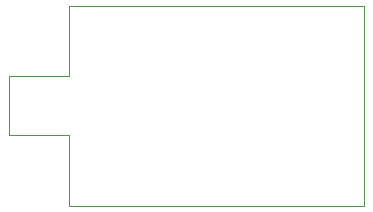
<source format=gbr>
%TF.GenerationSoftware,KiCad,Pcbnew,(6.0.8-1)-1*%
%TF.CreationDate,2022-12-20T12:21:06-06:00*%
%TF.ProjectId,HallEffectSensor,48616c6c-4566-4666-9563-7453656e736f,rev?*%
%TF.SameCoordinates,Original*%
%TF.FileFunction,Profile,NP*%
%FSLAX46Y46*%
G04 Gerber Fmt 4.6, Leading zero omitted, Abs format (unit mm)*
G04 Created by KiCad (PCBNEW (6.0.8-1)-1) date 2022-12-20 12:21:06*
%MOMM*%
%LPD*%
G01*
G04 APERTURE LIST*
%TA.AperFunction,Profile*%
%ADD10C,0.100000*%
%TD*%
G04 APERTURE END LIST*
D10*
X160700000Y-102900000D02*
X135700000Y-102900000D01*
X135700000Y-102900000D02*
X135700000Y-96900000D01*
X130700000Y-96900000D02*
X130700000Y-91900000D01*
X135700000Y-85900000D02*
X160700000Y-85900000D01*
X130700000Y-91900000D02*
X135700000Y-91900000D01*
X135700000Y-91900000D02*
X135700000Y-85900000D01*
X160700000Y-85900000D02*
X160700000Y-102900000D01*
X135700000Y-96900000D02*
X130700000Y-96900000D01*
M02*

</source>
